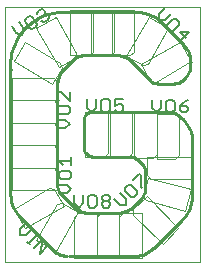
<source format=gto>
G75*
%MOIN*%
%OFA0B0*%
%FSLAX24Y24*%
%IPPOS*%
%LPD*%
%AMOC8*
5,1,8,0,0,1.08239X$1,22.5*
%
%ADD10C,0.0000*%
%ADD11C,0.0100*%
%ADD12C,0.0040*%
%ADD13C,0.0080*%
D10*
X002392Y002517D02*
X002392Y011017D01*
X008892Y011017D01*
X008892Y002517D01*
X002392Y002517D01*
D11*
X002874Y004034D02*
X004027Y002881D01*
X004062Y002849D01*
X004099Y002819D01*
X004138Y002793D01*
X004180Y002770D01*
X004223Y002750D01*
X004267Y002734D01*
X004313Y002721D01*
X004360Y002711D01*
X004407Y002706D01*
X004454Y002704D01*
X004517Y002704D02*
X006702Y002704D01*
X007346Y002971D02*
X008294Y003919D01*
X008642Y004759D02*
X008642Y006495D01*
X008317Y007279D02*
X008278Y007315D01*
X008237Y007349D01*
X008194Y007380D01*
X008148Y007408D01*
X008102Y007433D01*
X008053Y007455D01*
X008003Y007474D01*
X007952Y007489D01*
X007901Y007501D01*
X007848Y007510D01*
X007795Y007515D01*
X007742Y007517D01*
X005274Y007517D01*
X005243Y007515D01*
X005212Y007510D01*
X005183Y007500D01*
X005154Y007487D01*
X005127Y007471D01*
X005103Y007452D01*
X005081Y007430D01*
X005062Y007406D01*
X005046Y007379D01*
X005033Y007350D01*
X005023Y007321D01*
X005018Y007290D01*
X005016Y007259D01*
X005017Y007259D02*
X005017Y006335D01*
X005016Y006335D02*
X005018Y006302D01*
X005023Y006269D01*
X005032Y006236D01*
X005044Y006205D01*
X005059Y006176D01*
X005077Y006147D01*
X005098Y006122D01*
X005122Y006098D01*
X005147Y006077D01*
X005176Y006059D01*
X005205Y006044D01*
X005236Y006032D01*
X005269Y006023D01*
X005302Y006018D01*
X005335Y006016D01*
X005335Y006017D02*
X006503Y006017D01*
X006503Y006016D02*
X006548Y006014D01*
X006593Y006009D01*
X006637Y006000D01*
X006681Y005988D01*
X006723Y005972D01*
X006764Y005953D01*
X006804Y005931D01*
X006842Y005906D01*
X006877Y005878D01*
X006910Y005847D01*
X006941Y005814D01*
X006969Y005779D01*
X006994Y005741D01*
X007016Y005701D01*
X007035Y005660D01*
X007051Y005618D01*
X007063Y005574D01*
X007072Y005530D01*
X007077Y005485D01*
X007079Y005440D01*
X007079Y005027D01*
X008642Y004759D02*
X008640Y004692D01*
X008635Y004626D01*
X008625Y004560D01*
X008612Y004495D01*
X008596Y004430D01*
X008575Y004367D01*
X008552Y004304D01*
X008524Y004244D01*
X008494Y004184D01*
X008460Y004127D01*
X008423Y004072D01*
X008383Y004018D01*
X008340Y003967D01*
X008294Y003919D01*
X006895Y004583D02*
X006668Y004355D01*
X006152Y004142D02*
X005172Y004142D01*
X004694Y004340D02*
X004253Y004780D01*
X004142Y005049D02*
X004142Y008434D01*
X004333Y008895D02*
X004712Y009274D01*
X004995Y009392D02*
X006169Y009392D01*
X006549Y009234D02*
X007218Y008566D01*
X007487Y008454D02*
X008038Y008454D01*
X008321Y008571D02*
X008396Y008646D01*
X008321Y008571D02*
X008292Y008545D01*
X008260Y008521D01*
X008227Y008501D01*
X008191Y008484D01*
X008154Y008471D01*
X008116Y008462D01*
X008077Y008456D01*
X008038Y008454D01*
X007487Y008454D02*
X007450Y008456D01*
X007413Y008461D01*
X007377Y008470D01*
X007342Y008483D01*
X007308Y008499D01*
X007276Y008518D01*
X007246Y008540D01*
X007218Y008565D01*
X008580Y009156D02*
X008578Y009213D01*
X008573Y009270D01*
X008563Y009326D01*
X008550Y009381D01*
X008534Y009436D01*
X008514Y009489D01*
X008490Y009541D01*
X008463Y009591D01*
X008433Y009640D01*
X008400Y009686D01*
X008364Y009730D01*
X008325Y009772D01*
X008324Y009772D02*
X007594Y010502D01*
X006804Y010829D02*
X004454Y010829D01*
X004371Y010833D01*
X004288Y010834D01*
X004205Y010830D01*
X004122Y010823D01*
X004040Y010812D01*
X003958Y010797D01*
X003877Y010777D01*
X003797Y010755D01*
X003718Y010728D01*
X003641Y010698D01*
X003565Y010664D01*
X003491Y010626D01*
X003418Y010585D01*
X003348Y010540D01*
X003280Y010493D01*
X003214Y010442D01*
X003151Y010388D01*
X003090Y010331D01*
X003033Y010271D01*
X002978Y010209D01*
X002926Y010144D01*
X002877Y010076D01*
X002832Y010007D01*
X002789Y009935D01*
X002751Y009861D01*
X002716Y009786D01*
X002684Y009709D01*
X002656Y009631D01*
X002632Y009551D01*
X002612Y009470D01*
X002596Y009389D01*
X002583Y009307D01*
X002575Y009224D01*
X002570Y009141D01*
X002569Y009058D01*
X002572Y008974D01*
X002580Y008892D01*
X002579Y008892D02*
X002579Y004747D01*
X002581Y004686D01*
X002586Y004625D01*
X002596Y004565D01*
X002608Y004506D01*
X002625Y004447D01*
X002645Y004390D01*
X002668Y004333D01*
X002694Y004279D01*
X002724Y004226D01*
X002757Y004174D01*
X002794Y004125D01*
X002833Y004079D01*
X002874Y004034D01*
X004253Y004780D02*
X004228Y004808D01*
X004206Y004838D01*
X004187Y004870D01*
X004171Y004904D01*
X004158Y004939D01*
X004149Y004975D01*
X004144Y005012D01*
X004142Y005049D01*
X004694Y004340D02*
X004729Y004307D01*
X004767Y004277D01*
X004807Y004249D01*
X004848Y004225D01*
X004891Y004203D01*
X004936Y004185D01*
X004982Y004169D01*
X005028Y004157D01*
X005076Y004149D01*
X005124Y004144D01*
X005172Y004142D01*
X006152Y004142D02*
X006204Y004144D01*
X006256Y004149D01*
X006307Y004159D01*
X006357Y004172D01*
X006407Y004188D01*
X006455Y004208D01*
X006501Y004231D01*
X006546Y004258D01*
X006589Y004287D01*
X006629Y004320D01*
X006667Y004356D01*
X006895Y004583D02*
X006929Y004619D01*
X006959Y004658D01*
X006986Y004699D01*
X007011Y004742D01*
X007031Y004787D01*
X007048Y004833D01*
X007062Y004880D01*
X007071Y004929D01*
X007077Y004978D01*
X007079Y005027D01*
X008642Y006495D02*
X008640Y006557D01*
X008635Y006619D01*
X008626Y006681D01*
X008614Y006742D01*
X008599Y006802D01*
X008580Y006861D01*
X008558Y006919D01*
X008532Y006976D01*
X008504Y007031D01*
X008472Y007084D01*
X008438Y007136D01*
X008400Y007186D01*
X008360Y007233D01*
X008317Y007278D01*
X008579Y009088D02*
X008579Y009156D01*
X008579Y009088D02*
X008577Y009039D01*
X008571Y008990D01*
X008562Y008942D01*
X008548Y008895D01*
X008531Y008849D01*
X008511Y008804D01*
X008487Y008761D01*
X008460Y008721D01*
X008429Y008682D01*
X008396Y008646D01*
X007595Y010502D02*
X007549Y010545D01*
X007501Y010585D01*
X007451Y010623D01*
X007399Y010658D01*
X007345Y010689D01*
X007289Y010718D01*
X007232Y010744D01*
X007173Y010766D01*
X007114Y010785D01*
X007053Y010801D01*
X006991Y010813D01*
X006929Y010822D01*
X006867Y010827D01*
X006804Y010829D01*
X004995Y009391D02*
X004956Y009389D01*
X004917Y009383D01*
X004879Y009374D01*
X004842Y009361D01*
X004806Y009344D01*
X004773Y009324D01*
X004741Y009300D01*
X004712Y009274D01*
X004332Y008896D02*
X004300Y008862D01*
X004271Y008825D01*
X004245Y008787D01*
X004221Y008747D01*
X004200Y008705D01*
X004182Y008662D01*
X004167Y008618D01*
X004156Y008573D01*
X004148Y008527D01*
X004143Y008481D01*
X004141Y008434D01*
X006169Y009392D02*
X006211Y009390D01*
X006253Y009385D01*
X006295Y009377D01*
X006335Y009366D01*
X006375Y009351D01*
X006413Y009333D01*
X006450Y009313D01*
X006485Y009289D01*
X006518Y009263D01*
X006549Y009234D01*
X007345Y002971D02*
X007302Y002930D01*
X007256Y002892D01*
X007208Y002857D01*
X007157Y002826D01*
X007104Y002798D01*
X007050Y002773D01*
X006995Y002752D01*
X006938Y002735D01*
X006880Y002721D01*
X006821Y002712D01*
X006762Y002706D01*
X006702Y002704D01*
D12*
X006954Y002642D02*
X006204Y002642D01*
X005454Y002642D01*
X004704Y002642D01*
X004704Y004017D01*
X004829Y004142D01*
X005454Y004142D01*
X005454Y002642D01*
X005454Y004017D01*
X005579Y004142D01*
X006204Y004142D01*
X006204Y002642D01*
X006204Y004017D01*
X006329Y004142D01*
X006954Y004142D01*
X006954Y002642D01*
X007648Y003106D02*
X006676Y004078D01*
X006676Y004255D01*
X007118Y004697D01*
X008179Y003636D01*
X007648Y003106D01*
X008409Y004204D02*
X007081Y004560D01*
X006993Y004713D01*
X007155Y005316D01*
X008604Y004928D01*
X008409Y004204D01*
X008642Y005267D02*
X007267Y005267D01*
X007142Y005392D01*
X007142Y006017D01*
X008642Y006017D01*
X008642Y005267D01*
X008079Y005954D02*
X008204Y006079D01*
X008204Y007454D01*
X007454Y007454D01*
X007454Y005954D01*
X008079Y005954D01*
X007454Y006092D02*
X007329Y005967D01*
X006704Y005967D01*
X006704Y007467D01*
X007454Y007467D01*
X007454Y006092D01*
X006642Y006142D02*
X006517Y006017D01*
X005892Y006017D01*
X005892Y007517D01*
X006642Y007517D01*
X006642Y006142D01*
X005829Y006142D02*
X005704Y006017D01*
X005079Y006017D01*
X005079Y007517D01*
X005829Y007517D01*
X005829Y006142D01*
X004841Y004166D02*
X004300Y004479D01*
X004129Y004433D01*
X003442Y003242D01*
X004091Y002867D01*
X004841Y004166D01*
X004354Y004379D02*
X003055Y003629D01*
X002680Y004279D01*
X003870Y004966D01*
X004041Y004921D01*
X004354Y004379D01*
X004142Y004892D02*
X002642Y004892D01*
X002642Y005642D01*
X002642Y006392D01*
X004017Y006392D01*
X004142Y006267D01*
X004142Y005642D01*
X002642Y005642D01*
X004017Y005642D01*
X004142Y005517D01*
X004142Y004892D01*
X004142Y006392D02*
X002642Y006392D01*
X002642Y007142D01*
X004017Y007142D01*
X004142Y007017D01*
X004142Y006392D01*
X004142Y007142D02*
X002642Y007142D01*
X002642Y007892D01*
X002642Y008642D01*
X004017Y008642D01*
X004142Y008517D01*
X004142Y007892D01*
X002642Y007892D01*
X004017Y007892D01*
X004142Y007767D01*
X004142Y007142D01*
X003979Y008442D02*
X002680Y009192D01*
X003055Y009841D01*
X004245Y009154D01*
X004291Y008983D01*
X003979Y008442D01*
X004192Y008992D02*
X003442Y010291D01*
X004091Y010666D01*
X004779Y009475D01*
X004733Y009305D01*
X004192Y008992D01*
X004579Y009392D02*
X004579Y010892D01*
X005329Y010892D01*
X005329Y009517D01*
X005204Y009392D01*
X004579Y009392D01*
X005267Y009392D02*
X005267Y010892D01*
X006017Y010892D01*
X006017Y009517D01*
X005892Y009392D01*
X005267Y009392D01*
X005954Y009392D02*
X005954Y010892D01*
X006704Y010892D01*
X006704Y009517D01*
X006579Y009392D01*
X005954Y009392D01*
X006442Y009367D02*
X007192Y010666D01*
X007841Y010291D01*
X007154Y009100D01*
X006983Y009055D01*
X006442Y009367D01*
X006930Y009091D02*
X008229Y009841D01*
X008604Y009192D01*
X007413Y008504D01*
X007242Y008550D01*
X006930Y009091D01*
D13*
X007905Y010202D02*
X008004Y010202D01*
X008202Y010400D01*
X008202Y010499D01*
X008103Y010599D01*
X008004Y010599D01*
X007806Y010400D01*
X007806Y010301D01*
X007905Y010202D01*
X008230Y010174D02*
X008428Y009976D01*
X008230Y009877D02*
X008527Y010174D01*
X008230Y010174D01*
X007728Y010577D02*
X007926Y010775D01*
X007728Y010577D02*
X007530Y010577D01*
X007530Y010775D01*
X007728Y010974D01*
X007837Y007915D02*
X007767Y007844D01*
X007767Y007564D01*
X007837Y007494D01*
X007977Y007494D01*
X008047Y007564D01*
X008047Y007844D01*
X007977Y007915D01*
X007837Y007915D01*
X007587Y007915D02*
X007587Y007634D01*
X007447Y007494D01*
X007307Y007634D01*
X007307Y007915D01*
X008227Y007704D02*
X008227Y007564D01*
X008298Y007494D01*
X008438Y007494D01*
X008508Y007564D01*
X008508Y007634D01*
X008438Y007704D01*
X008227Y007704D01*
X008368Y007844D01*
X008508Y007915D01*
X006345Y007927D02*
X006065Y007927D01*
X006065Y007717D01*
X006205Y007787D01*
X006275Y007787D01*
X006345Y007717D01*
X006345Y007577D01*
X006275Y007507D01*
X006135Y007507D01*
X006065Y007577D01*
X005885Y007577D02*
X005885Y007857D01*
X005815Y007927D01*
X005675Y007927D01*
X005605Y007857D01*
X005605Y007577D01*
X005675Y007507D01*
X005815Y007507D01*
X005885Y007577D01*
X005424Y007647D02*
X005424Y007927D01*
X005424Y007647D02*
X005284Y007507D01*
X005144Y007647D01*
X005144Y007927D01*
X004552Y007884D02*
X004271Y008164D01*
X004201Y008164D01*
X004131Y008094D01*
X004131Y007954D01*
X004201Y007884D01*
X004201Y007704D02*
X004131Y007634D01*
X004131Y007493D01*
X004201Y007423D01*
X004482Y007423D01*
X004552Y007493D01*
X004552Y007634D01*
X004482Y007704D01*
X004201Y007704D01*
X004552Y007884D02*
X004552Y008164D01*
X004412Y007243D02*
X004131Y007243D01*
X004131Y006963D02*
X004412Y006963D01*
X004552Y007103D01*
X004412Y007243D01*
X004602Y006002D02*
X004602Y005721D01*
X004602Y005861D02*
X004181Y005861D01*
X004321Y005721D01*
X004251Y005541D02*
X004181Y005471D01*
X004181Y005331D01*
X004251Y005261D01*
X004532Y005261D01*
X004602Y005331D01*
X004602Y005471D01*
X004532Y005541D01*
X004251Y005541D01*
X004181Y005081D02*
X004462Y005081D01*
X004602Y004941D01*
X004462Y004800D01*
X004181Y004800D01*
X004707Y004740D02*
X004707Y004459D01*
X004847Y004319D01*
X004987Y004459D01*
X004987Y004740D01*
X005167Y004669D02*
X005167Y004389D01*
X005237Y004319D01*
X005377Y004319D01*
X005447Y004389D01*
X005447Y004669D01*
X005377Y004740D01*
X005237Y004740D01*
X005167Y004669D01*
X005627Y004669D02*
X005627Y004599D01*
X005698Y004529D01*
X005838Y004529D01*
X005908Y004459D01*
X005908Y004389D01*
X005838Y004319D01*
X005698Y004319D01*
X005627Y004389D01*
X005627Y004459D01*
X005698Y004529D01*
X005838Y004529D02*
X005908Y004599D01*
X005908Y004669D01*
X005838Y004740D01*
X005698Y004740D01*
X005627Y004669D01*
X006022Y004603D02*
X006221Y004405D01*
X006419Y004405D01*
X006419Y004603D01*
X006221Y004801D01*
X006398Y004879D02*
X006596Y004681D01*
X006695Y004681D01*
X006794Y004780D01*
X006794Y004879D01*
X006596Y005077D01*
X006497Y005077D01*
X006398Y004978D01*
X006398Y004879D01*
X006674Y005254D02*
X006872Y005452D01*
X006921Y005403D01*
X006921Y005006D01*
X006971Y004957D01*
X003845Y003069D02*
X003548Y002772D01*
X003647Y003268D01*
X003350Y002970D01*
X003232Y003088D02*
X003133Y003187D01*
X003182Y003138D02*
X003480Y003435D01*
X003529Y003386D02*
X003430Y003485D01*
X003303Y003612D02*
X003105Y003414D01*
X002906Y003414D01*
X002906Y003612D01*
X003105Y003810D01*
X002965Y010079D02*
X002774Y010130D01*
X002634Y010373D01*
X002876Y010513D02*
X003016Y010270D01*
X002965Y010079D01*
X003207Y010300D02*
X003303Y010274D01*
X003425Y010344D01*
X003450Y010440D01*
X003310Y010682D01*
X003214Y010708D01*
X003093Y010638D01*
X003067Y010542D01*
X003207Y010300D01*
X003606Y010530D02*
X003702Y010504D01*
X003823Y010574D01*
X003849Y010670D01*
X003814Y010731D01*
X003718Y010756D01*
X003657Y010721D01*
X003718Y010756D02*
X003744Y010852D01*
X003709Y010913D01*
X003613Y010938D01*
X003492Y010868D01*
X003466Y010773D01*
M02*

</source>
